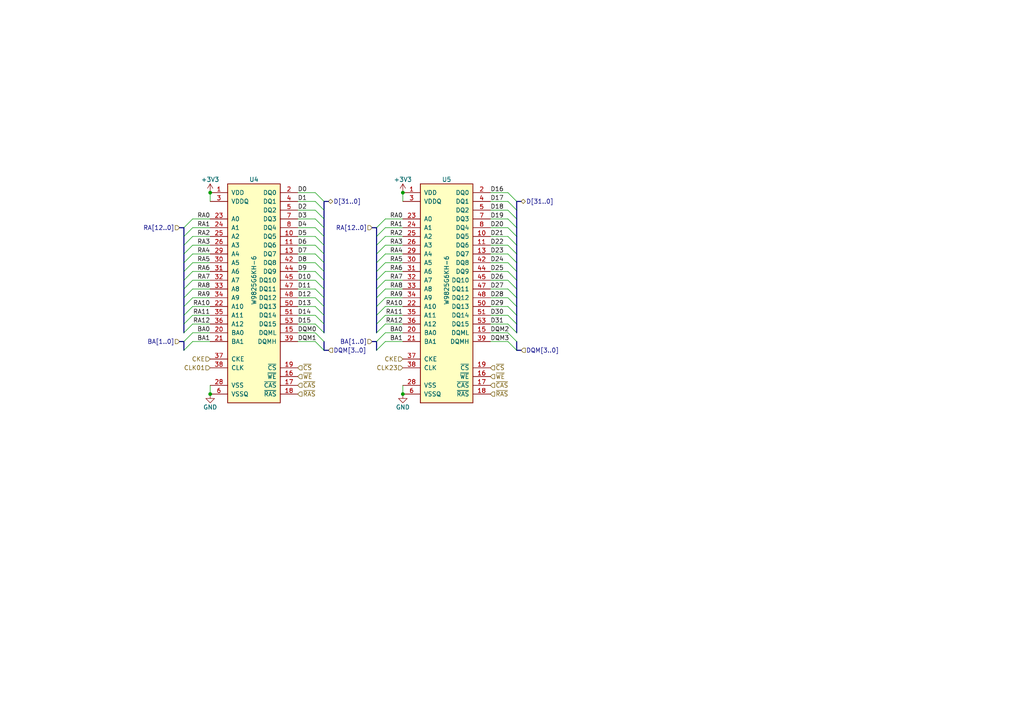
<source format=kicad_sch>
(kicad_sch (version 20230121) (generator eeschema)
  (paper "A4")
  (lib_symbols
    (symbol "GW_RAM:SDRAM-16Mx16-TSOP2-54" (pin_names (offset 1.016))
      (property "Reference" "U" (at 0 29.21 0))
      (property "Value" "GW_RAM_SDRAM-16Mx16-TSOP2-54" (at 0 0 90))
      (symbol "SDRAM-16Mx16-TSOP2-54_0_1"
        (rectangle (start -7.62 27.94) (end 7.62 -35.56) (stroke (width 0.254)) (fill (type background)))
      )
      (symbol "SDRAM-16Mx16-TSOP2-54_1_1"
        (pin power_in line (at -12.7 25.4 0) (length 5.08) (name "VDD") (number "1"))
        (pin bidirectional line (at 12.7 12.7 180) (length 5.08) (name "DQ5") (number "10"))
        (pin bidirectional line (at 12.7 10.16 180) (length 5.08) (name "DQ6") (number "11"))
        (pin power_in line (at -12.7 -33.02 0) (length 5.08) hide (name "VSSQ") (number "12"))
        (pin bidirectional line (at 12.7 7.62 180) (length 5.08) (name "DQ7") (number "13"))
        (pin power_in line (at -12.7 25.4 0) (length 5.08) hide (name "VDD") (number "14"))
        (pin input line (at 12.7 -15.24 180) (length 5.08) (name "DQML") (number "15"))
        (pin input line (at 12.7 -27.94 180) (length 5.08) (name "~{WE}") (number "16"))
        (pin input line (at 12.7 -30.48 180) (length 5.08) (name "~{CAS}") (number "17"))
        (pin input line (at 12.7 -33.02 180) (length 5.08) (name "~{RAS}") (number "18"))
        (pin input line (at 12.7 -25.4 180) (length 5.08) (name "~{CS}") (number "19"))
        (pin bidirectional line (at 12.7 25.4 180) (length 5.08) (name "DQ0") (number "2"))
        (pin input line (at -12.7 -15.24 0) (length 5.08) (name "BA0") (number "20"))
        (pin input line (at -12.7 -17.78 0) (length 5.08) (name "BA1") (number "21"))
        (pin input line (at -12.7 -7.62 0) (length 5.08) (name "A10") (number "22"))
        (pin input line (at -12.7 17.78 0) (length 5.08) (name "A0") (number "23"))
        (pin input line (at -12.7 15.24 0) (length 5.08) (name "A1") (number "24"))
        (pin input line (at -12.7 12.7 0) (length 5.08) (name "A2") (number "25"))
        (pin input line (at -12.7 10.16 0) (length 5.08) (name "A3") (number "26"))
        (pin power_in line (at -12.7 25.4 0) (length 5.08) hide (name "VDD") (number "27"))
        (pin power_in line (at -12.7 -30.48 0) (length 5.08) (name "VSS") (number "28"))
        (pin input line (at -12.7 7.62 0) (length 5.08) (name "A4") (number "29"))
        (pin power_in line (at -12.7 22.86 0) (length 5.08) (name "VDDQ") (number "3"))
        (pin input line (at -12.7 5.08 0) (length 5.08) (name "A5") (number "30"))
        (pin input line (at -12.7 2.54 0) (length 5.08) (name "A6") (number "31"))
        (pin input line (at -12.7 0 0) (length 5.08) (name "A7") (number "32"))
        (pin input line (at -12.7 -2.54 0) (length 5.08) (name "A8") (number "33"))
        (pin input line (at -12.7 -5.08 0) (length 5.08) (name "A9") (number "34"))
        (pin input line (at -12.7 -10.16 0) (length 5.08) (name "A11") (number "35"))
        (pin input line (at -12.7 -12.7 0) (length 5.08) (name "A12") (number "36"))
        (pin input line (at -12.7 -22.86 0) (length 5.08) (name "CKE") (number "37"))
        (pin input line (at -12.7 -25.4 0) (length 5.08) (name "CLK") (number "38"))
        (pin input line (at 12.7 -17.78 180) (length 5.08) (name "DQMH") (number "39"))
        (pin bidirectional line (at 12.7 22.86 180) (length 5.08) (name "DQ1") (number "4"))
        (pin power_in line (at -12.7 -30.48 0) (length 5.08) hide (name "VSS") (number "41"))
        (pin bidirectional line (at 12.7 5.08 180) (length 5.08) (name "DQ8") (number "42"))
        (pin power_in line (at -12.7 22.86 0) (length 5.08) hide (name "VDDQ") (number "43"))
        (pin bidirectional line (at 12.7 2.54 180) (length 5.08) (name "DQ9") (number "44"))
        (pin bidirectional line (at 12.7 0 180) (length 5.08) (name "DQ10") (number "45"))
        (pin power_in line (at -12.7 -33.02 0) (length 5.08) hide (name "VSSQ") (number "46"))
        (pin bidirectional line (at 12.7 -2.54 180) (length 5.08) (name "DQ11") (number "47"))
        (pin bidirectional line (at 12.7 -5.08 180) (length 5.08) (name "DQ12") (number "48"))
        (pin power_in line (at -12.7 22.86 0) (length 5.08) hide (name "VDDQ") (number "49"))
        (pin bidirectional line (at 12.7 20.32 180) (length 5.08) (name "DQ2") (number "5"))
        (pin bidirectional line (at 12.7 -7.62 180) (length 5.08) (name "DQ13") (number "50"))
        (pin bidirectional line (at 12.7 -10.16 180) (length 5.08) (name "DQ14") (number "51"))
        (pin power_in line (at -12.7 -33.02 0) (length 5.08) hide (name "VSSQ") (number "52"))
        (pin bidirectional line (at 12.7 -12.7 180) (length 5.08) (name "DQ15") (number "53"))
        (pin power_in line (at -12.7 -30.48 0) (length 5.08) hide (name "VSS") (number "54"))
        (pin power_in line (at -12.7 -33.02 0) (length 5.08) (name "VSSQ") (number "6"))
        (pin bidirectional line (at 12.7 17.78 180) (length 5.08) (name "DQ3") (number "7"))
        (pin bidirectional line (at 12.7 15.24 180) (length 5.08) (name "DQ4") (number "8"))
        (pin power_in line (at -12.7 22.86 0) (length 5.08) hide (name "VDDQ") (number "9"))
      )
    )
    (symbol "power:+3V3" (power) (pin_names (offset 0))
      (property "Value" "+3V3" (at 0 3.556 0))
      (symbol "+3V3_0_1"
        (polyline (pts (xy -0.762 1.27) (xy 0 2.54)))
        (polyline (pts (xy 0 0) (xy 0 2.54)))
        (polyline (pts (xy 0 2.54) (xy 0.762 1.27)))
      )
      (symbol "+3V3_1_1"
        (pin power_in line (at 0 0 90) (length 0) hide (name "+3V3") (number "1"))
      )
    )
    (symbol "power:GND" (power) (pin_names (offset 0))
      (property "Value" "GND" (at 0 -3.81 0))
      (symbol "GND_0_1"
        (polyline (pts (xy 0 0) (xy 0 -1.27) (xy 1.27 -1.27) (xy 0 -2.54) (xy -1.27 -1.27) (xy 0 -1.27)))
      )
      (symbol "GND_1_1"
        (pin power_in line (at 0 0 270) (length 0) hide (name "GND") (number "1"))
      )
    )
  )
  (junction (at 60.96 55.88))
  (junction (at 60.96 114.3))
  (junction (at 116.84 55.88))
  (junction (at 116.84 114.3))
  (bus_entry (at 111.76 86.36) (size -2.54 2.54))
  (bus_entry (at 55.88 83.82) (size -2.54 2.54))
  (bus_entry (at 111.76 91.44) (size -2.54 2.54))
  (bus_entry (at 111.76 81.28) (size -2.54 2.54))
  (bus_entry (at 55.88 81.28) (size -2.54 2.54))
  (bus_entry (at 55.88 63.5) (size -2.54 2.54))
  (bus_entry (at 111.76 73.66) (size -2.54 2.54))
  (bus_entry (at 147.32 99.06) (size 2.54 2.54))
  (bus_entry (at 91.44 86.36) (size 2.54 2.54))
  (bus_entry (at 147.32 86.36) (size 2.54 2.54))
  (bus_entry (at 55.88 96.52) (size -2.54 2.54))
  (bus_entry (at 91.44 60.96) (size 2.54 2.54))
  (bus_entry (at 111.76 78.74) (size -2.54 2.54))
  (bus_entry (at 91.44 96.52) (size 2.54 2.54))
  (bus_entry (at 111.76 66.04) (size -2.54 2.54))
  (bus_entry (at 111.76 99.06) (size -2.54 2.54))
  (bus_entry (at 111.76 96.52) (size -2.54 2.54))
  (bus_entry (at 111.76 76.2) (size -2.54 2.54))
  (bus_entry (at 147.32 91.44) (size 2.54 2.54))
  (bus_entry (at 147.32 63.5) (size 2.54 2.54))
  (bus_entry (at 91.44 81.28) (size 2.54 2.54))
  (bus_entry (at 91.44 68.58) (size 2.54 2.54))
  (bus_entry (at 147.32 76.2) (size 2.54 2.54))
  (bus_entry (at 55.88 91.44) (size -2.54 2.54))
  (bus_entry (at 111.76 93.98) (size -2.54 2.54))
  (bus_entry (at 111.76 71.12) (size -2.54 2.54))
  (bus_entry (at 55.88 76.2) (size -2.54 2.54))
  (bus_entry (at 147.32 60.96) (size 2.54 2.54))
  (bus_entry (at 91.44 91.44) (size 2.54 2.54))
  (bus_entry (at 91.44 76.2) (size 2.54 2.54))
  (bus_entry (at 55.88 93.98) (size -2.54 2.54))
  (bus_entry (at 55.88 78.74) (size -2.54 2.54))
  (bus_entry (at 55.88 68.58) (size -2.54 2.54))
  (bus_entry (at 91.44 58.42) (size 2.54 2.54))
  (bus_entry (at 147.32 68.58) (size 2.54 2.54))
  (bus_entry (at 147.32 66.04) (size 2.54 2.54))
  (bus_entry (at 147.32 58.42) (size 2.54 2.54))
  (bus_entry (at 111.76 88.9) (size -2.54 2.54))
  (bus_entry (at 91.44 78.74) (size 2.54 2.54))
  (bus_entry (at 147.32 81.28) (size 2.54 2.54))
  (bus_entry (at 147.32 93.98) (size 2.54 2.54))
  (bus_entry (at 91.44 88.9) (size 2.54 2.54))
  (bus_entry (at 91.44 66.04) (size 2.54 2.54))
  (bus_entry (at 91.44 63.5) (size 2.54 2.54))
  (bus_entry (at 147.32 78.74) (size 2.54 2.54))
  (bus_entry (at 91.44 99.06) (size 2.54 2.54))
  (bus_entry (at 91.44 71.12) (size 2.54 2.54))
  (bus_entry (at 147.32 71.12) (size 2.54 2.54))
  (bus_entry (at 55.88 99.06) (size -2.54 2.54))
  (bus_entry (at 147.32 88.9) (size 2.54 2.54))
  (bus_entry (at 91.44 55.88) (size 2.54 2.54))
  (bus_entry (at 55.88 88.9) (size -2.54 2.54))
  (bus_entry (at 147.32 55.88) (size 2.54 2.54))
  (bus_entry (at 91.44 83.82) (size 2.54 2.54))
  (bus_entry (at 91.44 73.66) (size 2.54 2.54))
  (bus_entry (at 55.88 71.12) (size -2.54 2.54))
  (bus_entry (at 55.88 86.36) (size -2.54 2.54))
  (bus_entry (at 111.76 68.58) (size -2.54 2.54))
  (bus_entry (at 55.88 66.04) (size -2.54 2.54))
  (bus_entry (at 147.32 96.52) (size 2.54 2.54))
  (bus_entry (at 147.32 83.82) (size 2.54 2.54))
  (bus_entry (at 147.32 73.66) (size 2.54 2.54))
  (bus_entry (at 111.76 83.82) (size -2.54 2.54))
  (bus_entry (at 111.76 63.5) (size -2.54 2.54))
  (bus_entry (at 55.88 73.66) (size -2.54 2.54))
  (bus_entry (at 91.44 93.98) (size 2.54 2.54))
  (bus (pts (xy 93.98 88.9) (xy 93.98 91.44)))
  (wire (pts (xy 142.24 73.66) (xy 147.32 73.66)))
  (wire (pts (xy 142.24 93.98) (xy 147.32 93.98)))
  (bus (pts (xy 53.34 81.28) (xy 53.34 83.82)))
  (bus (pts (xy 149.86 73.66) (xy 149.86 76.2)))
  (bus (pts (xy 93.98 73.66) (xy 93.98 76.2)))
  (wire (pts (xy 86.36 60.96) (xy 91.44 60.96)))
  (wire (pts (xy 60.96 114.3) (xy 60.96 111.76)))
  (wire (pts (xy 86.36 91.44) (xy 91.44 91.44)))
  (wire (pts (xy 116.84 66.04) (xy 111.76 66.04)))
  (wire (pts (xy 86.36 71.12) (xy 91.44 71.12)))
  (bus (pts (xy 109.22 71.12) (xy 109.22 73.66)))
  (wire (pts (xy 142.24 71.12) (xy 147.32 71.12)))
  (bus (pts (xy 109.22 93.98) (xy 109.22 96.52)))
  (wire (pts (xy 86.36 66.04) (xy 91.44 66.04)))
  (bus (pts (xy 149.86 99.06) (xy 149.86 101.6)))
  (wire (pts (xy 142.24 78.74) (xy 147.32 78.74)))
  (bus (pts (xy 149.86 66.04) (xy 149.86 68.58)))
  (bus (pts (xy 109.22 91.44) (xy 109.22 93.98)))
  (bus (pts (xy 53.34 73.66) (xy 53.34 76.2)))
  (wire (pts (xy 60.96 71.12) (xy 55.88 71.12)))
  (wire (pts (xy 116.84 93.98) (xy 111.76 93.98)))
  (bus (pts (xy 149.86 58.42) (xy 149.86 60.96)))
  (bus (pts (xy 149.86 58.42) (xy 151.13 58.42)))
  (wire (pts (xy 116.84 81.28) (xy 111.76 81.28)))
  (bus (pts (xy 53.34 68.58) (xy 53.34 71.12)))
  (bus (pts (xy 149.86 78.74) (xy 149.86 81.28)))
  (wire (pts (xy 60.96 83.82) (xy 55.88 83.82)))
  (wire (pts (xy 86.36 88.9) (xy 91.44 88.9)))
  (wire (pts (xy 142.24 58.42) (xy 147.32 58.42)))
  (wire (pts (xy 86.36 58.42) (xy 91.44 58.42)))
  (bus (pts (xy 53.34 71.12) (xy 53.34 73.66)))
  (bus (pts (xy 93.98 71.12) (xy 93.98 73.66)))
  (wire (pts (xy 116.84 99.06) (xy 111.76 99.06)))
  (wire (pts (xy 60.96 88.9) (xy 55.88 88.9)))
  (wire (pts (xy 142.24 76.2) (xy 147.32 76.2)))
  (bus (pts (xy 93.98 58.42) (xy 93.98 60.96)))
  (wire (pts (xy 86.36 68.58) (xy 91.44 68.58)))
  (wire (pts (xy 142.24 81.28) (xy 147.32 81.28)))
  (wire (pts (xy 86.36 99.06) (xy 91.44 99.06)))
  (bus (pts (xy 109.22 68.58) (xy 109.22 71.12)))
  (bus (pts (xy 149.86 101.6) (xy 151.13 101.6)))
  (bus (pts (xy 149.86 76.2) (xy 149.86 78.74)))
  (wire (pts (xy 116.84 55.88) (xy 116.84 58.42)))
  (wire (pts (xy 142.24 83.82) (xy 147.32 83.82)))
  (bus (pts (xy 93.98 86.36) (xy 93.98 88.9)))
  (wire (pts (xy 60.96 91.44) (xy 55.88 91.44)))
  (bus (pts (xy 149.86 88.9) (xy 149.86 91.44)))
  (bus (pts (xy 109.22 86.36) (xy 109.22 88.9)))
  (wire (pts (xy 60.96 96.52) (xy 55.88 96.52)))
  (wire (pts (xy 60.96 76.2) (xy 55.88 76.2)))
  (wire (pts (xy 142.24 60.96) (xy 147.32 60.96)))
  (wire (pts (xy 116.84 78.74) (xy 111.76 78.74)))
  (wire (pts (xy 116.84 96.52) (xy 111.76 96.52)))
  (bus (pts (xy 93.98 63.5) (xy 93.98 66.04)))
  (wire (pts (xy 142.24 88.9) (xy 147.32 88.9)))
  (wire (pts (xy 86.36 93.98) (xy 91.44 93.98)))
  (bus (pts (xy 53.34 93.98) (xy 53.34 96.52)))
  (wire (pts (xy 86.36 86.36) (xy 91.44 86.36)))
  (bus (pts (xy 53.34 76.2) (xy 53.34 78.74)))
  (bus (pts (xy 53.34 83.82) (xy 53.34 86.36)))
  (bus (pts (xy 149.86 71.12) (xy 149.86 73.66)))
  (bus (pts (xy 53.34 66.04) (xy 53.34 68.58)))
  (bus (pts (xy 53.34 66.04) (xy 52.07 66.04)))
  (wire (pts (xy 142.24 63.5) (xy 147.32 63.5)))
  (bus (pts (xy 149.86 86.36) (xy 149.86 88.9)))
  (wire (pts (xy 86.36 81.28) (xy 91.44 81.28)))
  (bus (pts (xy 53.34 88.9) (xy 53.34 91.44)))
  (bus (pts (xy 53.34 86.36) (xy 53.34 88.9)))
  (wire (pts (xy 116.84 76.2) (xy 111.76 76.2)))
  (bus (pts (xy 149.86 60.96) (xy 149.86 63.5)))
  (wire (pts (xy 60.96 63.5) (xy 55.88 63.5)))
  (bus (pts (xy 93.98 93.98) (xy 93.98 96.52)))
  (wire (pts (xy 116.84 91.44) (xy 111.76 91.44)))
  (bus (pts (xy 53.34 99.06) (xy 52.07 99.06)))
  (wire (pts (xy 142.24 68.58) (xy 147.32 68.58)))
  (bus (pts (xy 109.22 88.9) (xy 109.22 91.44)))
  (wire (pts (xy 142.24 99.06) (xy 147.32 99.06)))
  (bus (pts (xy 109.22 78.74) (xy 109.22 81.28)))
  (bus (pts (xy 93.98 60.96) (xy 93.98 63.5)))
  (bus (pts (xy 149.86 63.5) (xy 149.86 66.04)))
  (wire (pts (xy 86.36 55.88) (xy 91.44 55.88)))
  (wire (pts (xy 116.84 68.58) (xy 111.76 68.58)))
  (wire (pts (xy 142.24 86.36) (xy 147.32 86.36)))
  (wire (pts (xy 142.24 96.52) (xy 147.32 96.52)))
  (wire (pts (xy 60.96 93.98) (xy 55.88 93.98)))
  (bus (pts (xy 109.22 99.06) (xy 107.95 99.06)))
  (bus (pts (xy 93.98 68.58) (xy 93.98 71.12)))
  (bus (pts (xy 149.86 83.82) (xy 149.86 86.36)))
  (bus (pts (xy 53.34 91.44) (xy 53.34 93.98)))
  (bus (pts (xy 149.86 93.98) (xy 149.86 96.52)))
  (wire (pts (xy 116.84 63.5) (xy 111.76 63.5)))
  (wire (pts (xy 60.96 81.28) (xy 55.88 81.28)))
  (bus (pts (xy 93.98 76.2) (xy 93.98 78.74)))
  (wire (pts (xy 86.36 73.66) (xy 91.44 73.66)))
  (bus (pts (xy 149.86 81.28) (xy 149.86 83.82)))
  (wire (pts (xy 86.36 83.82) (xy 91.44 83.82)))
  (wire (pts (xy 116.84 73.66) (xy 111.76 73.66)))
  (wire (pts (xy 142.24 55.88) (xy 147.32 55.88)))
  (wire (pts (xy 60.96 78.74) (xy 55.88 78.74)))
  (wire (pts (xy 60.96 73.66) (xy 55.88 73.66)))
  (wire (pts (xy 86.36 78.74) (xy 91.44 78.74)))
  (bus (pts (xy 109.22 73.66) (xy 109.22 76.2)))
  (bus (pts (xy 93.98 83.82) (xy 93.98 86.36)))
  (bus (pts (xy 109.22 66.04) (xy 107.95 66.04)))
  (bus (pts (xy 109.22 66.04) (xy 109.22 68.58)))
  (wire (pts (xy 60.96 99.06) (xy 55.88 99.06)))
  (bus (pts (xy 93.98 78.74) (xy 93.98 81.28)))
  (wire (pts (xy 60.96 86.36) (xy 55.88 86.36)))
  (wire (pts (xy 86.36 96.52) (xy 91.44 96.52)))
  (bus (pts (xy 93.98 58.42) (xy 95.25 58.42)))
  (wire (pts (xy 60.96 55.88) (xy 60.96 58.42)))
  (bus (pts (xy 93.98 81.28) (xy 93.98 83.82)))
  (bus (pts (xy 149.86 91.44) (xy 149.86 93.98)))
  (wire (pts (xy 60.96 68.58) (xy 55.88 68.58)))
  (wire (pts (xy 116.84 71.12) (xy 111.76 71.12)))
  (bus (pts (xy 53.34 99.06) (xy 53.34 101.6)))
  (bus (pts (xy 109.22 81.28) (xy 109.22 83.82)))
  (bus (pts (xy 149.86 68.58) (xy 149.86 71.12)))
  (bus (pts (xy 93.98 101.6) (xy 95.25 101.6)))
  (wire (pts (xy 142.24 66.04) (xy 147.32 66.04)))
  (wire (pts (xy 60.96 66.04) (xy 55.88 66.04)))
  (wire (pts (xy 116.84 114.3) (xy 116.84 111.76)))
  (wire (pts (xy 116.84 83.82) (xy 111.76 83.82)))
  (bus (pts (xy 93.98 91.44) (xy 93.98 93.98)))
  (bus (pts (xy 109.22 101.6) (xy 109.22 99.06)))
  (wire (pts (xy 116.84 88.9) (xy 111.76 88.9)))
  (bus (pts (xy 53.34 78.74) (xy 53.34 81.28)))
  (wire (pts (xy 116.84 86.36) (xy 111.76 86.36)))
  (wire (pts (xy 86.36 63.5) (xy 91.44 63.5)))
  (bus (pts (xy 93.98 99.06) (xy 93.98 101.6)))
  (bus (pts (xy 93.98 66.04) (xy 93.98 68.58)))
  (wire (pts (xy 86.36 76.2) (xy 91.44 76.2)))
  (bus (pts (xy 109.22 83.82) (xy 109.22 86.36)))
  (bus (pts (xy 109.22 76.2) (xy 109.22 78.74)))
  (wire (pts (xy 142.24 91.44) (xy 147.32 91.44)))
  (label "RA0" (at 116.84 63.5 180))
  (label "D21" (at 142.24 68.58 0))
  (label "BA1" (at 60.96 99.06 180))
  (label "RA2" (at 60.96 68.58 180))
  (label "D30" (at 142.24 91.44 0))
  (label "RA7" (at 60.96 81.28 180))
  (label "BA0" (at 116.84 96.52 180))
  (label "RA12" (at 116.84 93.98 180))
  (label "DQM0" (at 86.36 96.52 0))
  (label "D26" (at 142.24 81.28 0))
  (label "RA10" (at 116.84 88.9 180))
  (label "D24" (at 142.24 76.2 0))
  (label "RA8" (at 116.84 83.82 180))
  (label "D4" (at 86.36 66.04 0))
  (label "RA4" (at 116.84 73.66 180))
  (label "D29" (at 142.24 88.9 0))
  (label "BA1" (at 116.84 99.06 180))
  (label "RA5" (at 116.84 76.2 180))
  (label "RA0" (at 60.96 63.5 180))
  (label "RA10" (at 60.96 88.9 180))
  (label "RA5" (at 60.96 76.2 180))
  (label "DQM2" (at 142.24 96.52 0))
  (label "RA6" (at 60.96 78.74 180))
  (label "RA2" (at 116.84 68.58 180))
  (label "D5" (at 86.36 68.58 0))
  (label "DQM3" (at 142.24 99.06 0))
  (label "D14" (at 86.36 91.44 0))
  (label "RA6" (at 116.84 78.74 180))
  (label "D10" (at 86.36 81.28 0))
  (label "DQM1" (at 86.36 99.06 0))
  (label "D27" (at 142.24 83.82 0))
  (label "D8" (at 86.36 76.2 0))
  (label "RA1" (at 60.96 66.04 180))
  (label "D31" (at 142.24 93.98 0))
  (label "RA11" (at 116.84 91.44 180))
  (label "D13" (at 86.36 88.9 0))
  (label "D20" (at 142.24 66.04 0))
  (label "D12" (at 86.36 86.36 0))
  (label "D19" (at 142.24 63.5 0))
  (label "D15" (at 86.36 93.98 0))
  (label "RA1" (at 116.84 66.04 180))
  (label "D2" (at 86.36 60.96 0))
  (label "RA7" (at 116.84 81.28 180))
  (label "D22" (at 142.24 71.12 0))
  (label "D11" (at 86.36 83.82 0))
  (label "D17" (at 142.24 58.42 0))
  (label "RA9" (at 116.84 86.36 180))
  (label "D25" (at 142.24 78.74 0))
  (label "D18" (at 142.24 60.96 0))
  (label "RA3" (at 60.96 71.12 180))
  (label "D1" (at 86.36 58.42 0))
  (label "D0" (at 86.36 55.88 0))
  (label "BA0" (at 60.96 96.52 180))
  (label "D7" (at 86.36 73.66 0))
  (label "D3" (at 86.36 63.5 0))
  (label "D6" (at 86.36 71.12 0))
  (label "RA3" (at 116.84 71.12 180))
  (label "RA11" (at 60.96 91.44 180))
  (label "RA9" (at 60.96 86.36 180))
  (label "D28" (at 142.24 86.36 0))
  (label "D16" (at 142.24 55.88 0))
  (label "RA12" (at 60.96 93.98 180))
  (label "RA8" (at 60.96 83.82 180))
  (label "RA4" (at 60.96 73.66 180))
  (label "D23" (at 142.24 73.66 0))
  (label "D9" (at 86.36 78.74 0))
  (hierarchical_label "BA[1..0]" (shape input) (at 107.95 99.06 180))
  (hierarchical_label "CLK01" (shape input) (at 60.96 106.68 180))
  (hierarchical_label "~{WE}" (shape input) (at 142.24 109.22 0))
  (hierarchical_label "RA[12..0]" (shape input) (at 107.95 66.04 180))
  (hierarchical_label "~{CS}" (shape input) (at 142.24 106.68 0))
  (hierarchical_label "~{RAS}" (shape input) (at 142.24 114.3 0))
  (hierarchical_label "DQM[3..0]" (shape input) (at 151.13 101.6 0))
  (hierarchical_label "~{WE}" (shape input) (at 86.36 109.22 0))
  (hierarchical_label "BA[1..0]" (shape input) (at 52.07 99.06 180))
  (hierarchical_label "CKE" (shape input) (at 60.96 104.14 180))
  (hierarchical_label "CKE" (shape input) (at 116.84 104.14 180))
  (hierarchical_label "DQM[3..0]" (shape input) (at 95.25 101.6 0))
  (hierarchical_label "~{CAS}" (shape input) (at 86.36 111.76 0))
  (hierarchical_label "D[31..0]" (shape bidirectional) (at 151.13 58.42 0))
  (hierarchical_label "~{RAS}" (shape input) (at 86.36 114.3 0))
  (hierarchical_label "CLK23" (shape input) (at 116.84 106.68 180))
  (hierarchical_label "RA[12..0]" (shape input) (at 52.07 66.04 180))
  (hierarchical_label "~{CAS}" (shape input) (at 142.24 111.76 0))
  (hierarchical_label "D[31..0]" (shape bidirectional) (at 95.25 58.42 0))
  (hierarchical_label "~{CS}" (shape input) (at 86.36 106.68 0))
  (symbol (lib_id "GW_RAM:SDRAM-16Mx16-TSOP2-54") (at 73.66 81.28 0) (unit 1)
    (property "Reference" "U4" (at 73.66 52.07 0))
    (property "Value" "W9825G6KH-6" (at 73.66 81.28 90))
    (property "Footprint" "stdpads:Winbond_TSOPII-54" (effects hide))
  )
  (symbol (lib_id "GW_RAM:SDRAM-16Mx16-TSOP2-54") (at 129.54 81.28 0) (unit 1)
    (property "Reference" "U5" (at 129.54 52.07 0))
    (property "Value" "W9825G6KH-6" (at 129.54 81.28 90))
    (property "Footprint" "stdpads:Winbond_TSOPII-54" (effects hide))
  )
  (symbol (lib_id "power:GND") (at 116.84 114.3 0) (unit 1)
    (property "Reference" "#PWR0129" (effects hide))
    (property "Value" "GND" (at 116.84 118.11 0))
  )
  (symbol (lib_id "power:GND") (at 60.96 114.3 0) (unit 1)
    (property "Reference" "#PWR0126" (effects hide))
    (property "Value" "GND" (at 60.96 118.11 0))
  )
  (symbol (lib_id "power:+3V3") (at 60.96 55.88 0) (unit 1)
    (property "Reference" "#PWR0127" (effects hide))
    (property "Value" "+3V3" (at 60.96 52.07 0))
  )
  (symbol (lib_id "power:+3V3") (at 116.84 55.88 0) (unit 1)
    (property "Reference" "#PWR0128" (effects hide))
    (property "Value" "+3V3" (at 116.84 52.07 0))
  )
)
</source>
